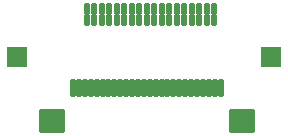
<source format=gbr>
%TF.GenerationSoftware,KiCad,Pcbnew,9.0.1*%
%TF.CreationDate,2025-05-28T15:57:22+02:00*%
%TF.ProjectId,fpc_connector_36pinOmnetics,6670635f-636f-46e6-9e65-63746f725f33,rev?*%
%TF.SameCoordinates,Original*%
%TF.FileFunction,Soldermask,Top*%
%TF.FilePolarity,Negative*%
%FSLAX46Y46*%
G04 Gerber Fmt 4.6, Leading zero omitted, Abs format (unit mm)*
G04 Created by KiCad (PCBNEW 9.0.1) date 2025-05-28 15:57:22*
%MOMM*%
%LPD*%
G01*
G04 APERTURE LIST*
G04 Aperture macros list*
%AMRoundRect*
0 Rectangle with rounded corners*
0 $1 Rounding radius*
0 $2 $3 $4 $5 $6 $7 $8 $9 X,Y pos of 4 corners*
0 Add a 4 corners polygon primitive as box body*
4,1,4,$2,$3,$4,$5,$6,$7,$8,$9,$2,$3,0*
0 Add four circle primitives for the rounded corners*
1,1,$1+$1,$2,$3*
1,1,$1+$1,$4,$5*
1,1,$1+$1,$6,$7*
1,1,$1+$1,$8,$9*
0 Add four rect primitives between the rounded corners*
20,1,$1+$1,$2,$3,$4,$5,0*
20,1,$1+$1,$4,$5,$6,$7,0*
20,1,$1+$1,$6,$7,$8,$9,0*
20,1,$1+$1,$8,$9,$2,$3,0*%
G04 Aperture macros list end*
%ADD10R,1.700000X1.700000*%
%ADD11RoundRect,0.102000X0.190500X0.381000X-0.190500X0.381000X-0.190500X-0.381000X0.190500X-0.381000X0*%
%ADD12RoundRect,0.102000X-0.150000X-0.650000X0.150000X-0.650000X0.150000X0.650000X-0.150000X0.650000X0*%
%ADD13RoundRect,0.102000X-1.000000X-0.900000X1.000000X-0.900000X1.000000X0.900000X-1.000000X0.900000X0*%
G04 APERTURE END LIST*
D10*
%TO.C,J4*%
X160500000Y-102600000D03*
%TD*%
D11*
%TO.C,J2*%
X155724750Y-99432100D03*
X155089750Y-99432100D03*
X154454750Y-99432100D03*
X153819750Y-99432100D03*
X153184750Y-99432100D03*
X152549750Y-99432100D03*
X151914750Y-99432100D03*
X151279750Y-99432100D03*
X150644750Y-99432100D03*
X150009750Y-99432100D03*
X149374750Y-99432100D03*
X148739750Y-99432100D03*
X148104750Y-99432100D03*
X147469750Y-99432100D03*
X146834750Y-99432100D03*
X146199750Y-99432100D03*
X145564750Y-99432100D03*
X144929750Y-99432100D03*
X155724750Y-98492300D03*
X155089750Y-98492300D03*
X154454750Y-98492300D03*
X153819750Y-98492300D03*
X153184750Y-98492300D03*
X152549750Y-98492300D03*
X151914750Y-98492300D03*
X151279750Y-98492300D03*
X150644750Y-98492300D03*
X150009750Y-98492300D03*
X149374750Y-98492300D03*
X148739750Y-98492300D03*
X148104750Y-98492300D03*
X147469750Y-98492300D03*
X146834750Y-98492300D03*
X146199750Y-98492300D03*
X145564750Y-98492300D03*
X144929750Y-98492300D03*
%TD*%
D10*
%TO.C,J3*%
X139000000Y-102600000D03*
%TD*%
D12*
%TO.C,J1*%
X143750000Y-105250000D03*
X144250000Y-105250000D03*
X144750000Y-105250000D03*
X145250000Y-105250000D03*
X145750000Y-105250000D03*
X146250000Y-105250000D03*
X146750000Y-105250000D03*
X147250000Y-105250000D03*
X147750000Y-105250000D03*
X148250000Y-105250000D03*
X148750000Y-105250000D03*
X149250000Y-105250000D03*
X149750000Y-105250000D03*
X150250000Y-105250000D03*
X150750000Y-105250000D03*
X151250000Y-105250000D03*
X151750000Y-105250000D03*
X152250000Y-105250000D03*
X152750000Y-105250000D03*
X153250000Y-105250000D03*
X153750000Y-105250000D03*
X154250000Y-105250000D03*
X154750000Y-105250000D03*
X155250000Y-105250000D03*
X155750000Y-105250000D03*
X156250000Y-105250000D03*
D13*
X141950000Y-108000000D03*
X158050000Y-108000000D03*
%TD*%
M02*

</source>
